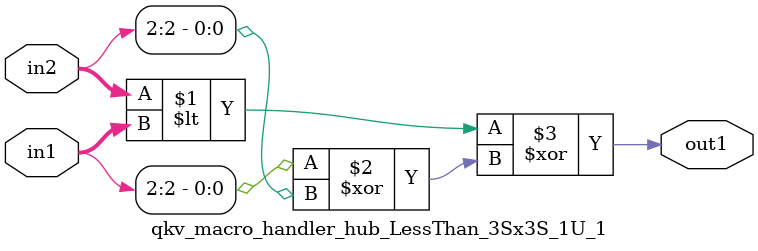
<source format=v>

`timescale 1ps / 1ps


module qkv_macro_handler_hub_LessThan_3Sx3S_1U_1( in2, in1, out1 );

    input [2:0] in2;
    input [2:0] in1;
    output out1;

    
    // rtl_process:qkv_macro_handler_hub_LessThan_3Sx3S_1U_1/qkv_macro_handler_hub_LessThan_3Sx3S_1U_1_thread_1
    assign out1 = (in2 < in1 ^ (in1[2] ^ in2[2]));

endmodule


</source>
